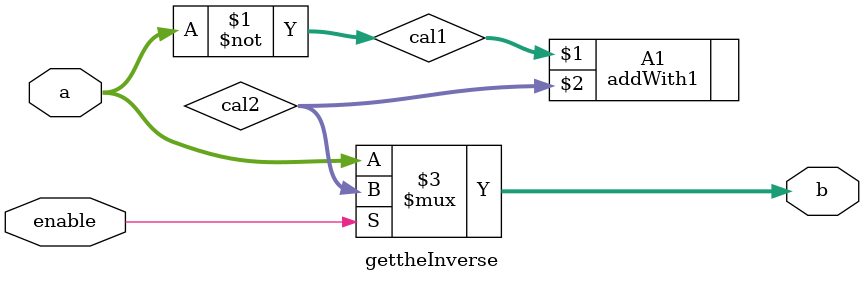
<source format=v>
module gettheInverse(a,b,enable);
  input [31 : 0] a;
  output [31:0] b;
  input enable;
  wire [31:0] cal1,cal2;
  assign cal1 = ~a;
  addWith1 A1(cal1,cal2);
  assign b = (enable == 1'b1) ? cal2 : a;
endmodule
</source>
